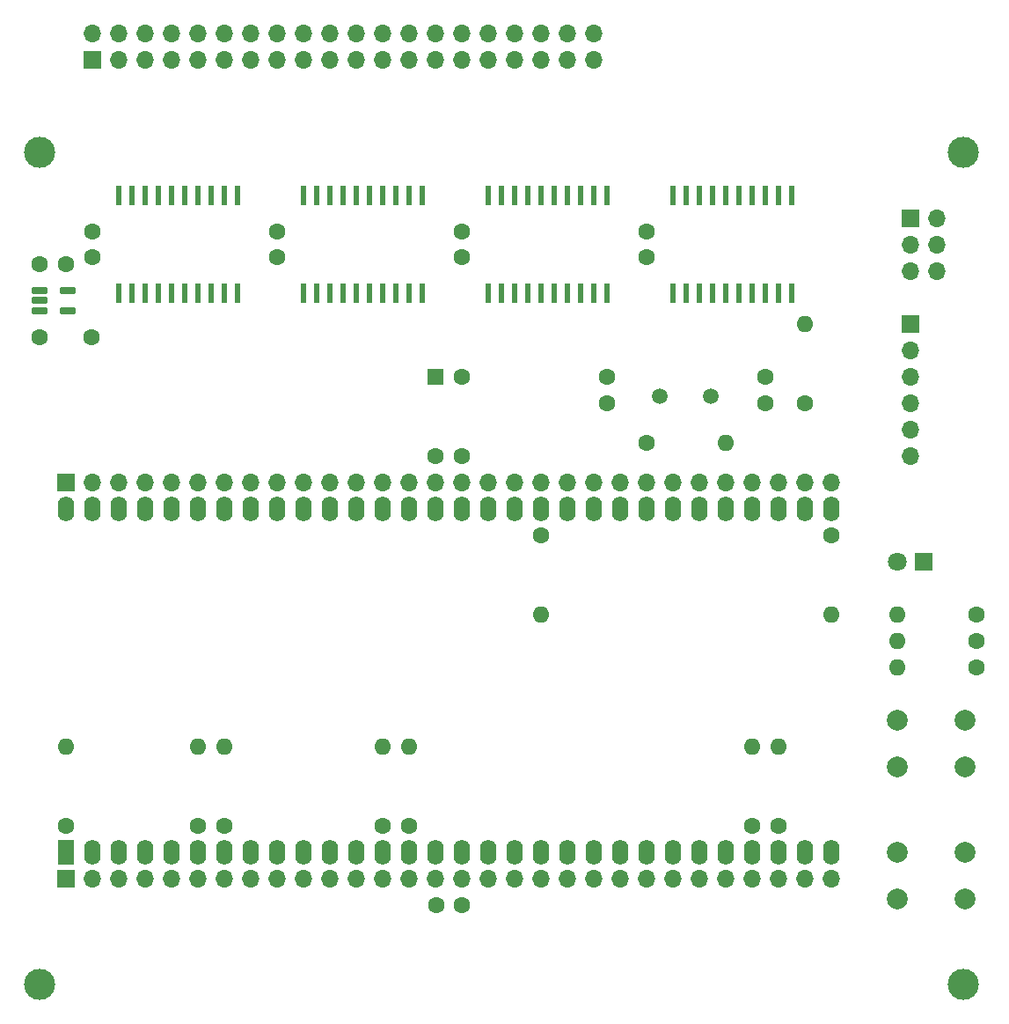
<source format=gbr>
%TF.GenerationSoftware,KiCad,Pcbnew,8.0.5*%
%TF.CreationDate,2025-08-25T13:08:50+09:00*%
%TF.ProjectId,TangConsoleDCJ11MEM,54616e67-436f-46e7-936f-6c6544434a31,rev?*%
%TF.SameCoordinates,Original*%
%TF.FileFunction,Soldermask,Top*%
%TF.FilePolarity,Negative*%
%FSLAX46Y46*%
G04 Gerber Fmt 4.6, Leading zero omitted, Abs format (unit mm)*
G04 Created by KiCad (PCBNEW 8.0.5) date 2025-08-25 13:08:50*
%MOMM*%
%LPD*%
G01*
G04 APERTURE LIST*
G04 Aperture macros list*
%AMRoundRect*
0 Rectangle with rounded corners*
0 $1 Rounding radius*
0 $2 $3 $4 $5 $6 $7 $8 $9 X,Y pos of 4 corners*
0 Add a 4 corners polygon primitive as box body*
4,1,4,$2,$3,$4,$5,$6,$7,$8,$9,$2,$3,0*
0 Add four circle primitives for the rounded corners*
1,1,$1+$1,$2,$3*
1,1,$1+$1,$4,$5*
1,1,$1+$1,$6,$7*
1,1,$1+$1,$8,$9*
0 Add four rect primitives between the rounded corners*
20,1,$1+$1,$2,$3,$4,$5,0*
20,1,$1+$1,$4,$5,$6,$7,0*
20,1,$1+$1,$6,$7,$8,$9,0*
20,1,$1+$1,$8,$9,$2,$3,0*%
G04 Aperture macros list end*
%ADD10C,1.600000*%
%ADD11R,0.558800X1.981200*%
%ADD12C,3.000000*%
%ADD13C,2.000000*%
%ADD14O,1.600000X1.600000*%
%ADD15R,1.700000X1.700000*%
%ADD16O,1.700000X1.700000*%
%ADD17C,1.500000*%
%ADD18RoundRect,0.162500X-0.617500X-0.162500X0.617500X-0.162500X0.617500X0.162500X-0.617500X0.162500X0*%
%ADD19C,1.800000*%
%ADD20R,1.800000X1.800000*%
%ADD21R,1.600000X2.400000*%
%ADD22O,1.600000X2.400000*%
%ADD23R,1.600000X1.600000*%
G04 APERTURE END LIST*
D10*
%TO.C,C8*%
X63500000Y-21590000D03*
X63500000Y-24090000D03*
%TD*%
%TO.C,C6*%
X27940000Y-21590000D03*
X27940000Y-24090000D03*
%TD*%
%TO.C,C7*%
X10160000Y-21590000D03*
X10160000Y-24090000D03*
%TD*%
%TO.C,C5*%
X45720000Y-21590000D03*
X45720000Y-24090000D03*
%TD*%
D11*
%TO.C,U5*%
X66040000Y-27546300D03*
X67310000Y-27546300D03*
X68580000Y-27546300D03*
X69850000Y-27546300D03*
X71120000Y-27546300D03*
X72390000Y-27546300D03*
X73660000Y-27546300D03*
X74930000Y-27546300D03*
X76200000Y-27546300D03*
X77470000Y-27546300D03*
X77470000Y-18173700D03*
X76200000Y-18173700D03*
X74930000Y-18173700D03*
X73660000Y-18173700D03*
X72390000Y-18173700D03*
X71120000Y-18173700D03*
X69850000Y-18173700D03*
X68580000Y-18173700D03*
X67310000Y-18173700D03*
X66040000Y-18173700D03*
%TD*%
D12*
%TO.C,REF\u002A\u002A*%
X93980000Y-93980000D03*
%TD*%
D13*
%TO.C,SW1*%
X94130000Y-73080000D03*
X87630000Y-73080000D03*
X94130000Y-68580000D03*
X87630000Y-68580000D03*
%TD*%
D10*
%TO.C,R8*%
X40640000Y-78740000D03*
D14*
X40640000Y-71120000D03*
%TD*%
D15*
%TO.C,J5*%
X88900000Y-20320000D03*
D16*
X91440000Y-20320000D03*
X88900000Y-22860000D03*
X91440000Y-22860000D03*
X88900000Y-25400000D03*
X91440000Y-25400000D03*
%TD*%
D15*
%TO.C,J2*%
X7620000Y-83820000D03*
D16*
X10160000Y-83820000D03*
X12700000Y-83820000D03*
X15240000Y-83820000D03*
X17780000Y-83820000D03*
X20320000Y-83820000D03*
X22860000Y-83820000D03*
X25400000Y-83820000D03*
X27940000Y-83820000D03*
X30480000Y-83820000D03*
X33020000Y-83820000D03*
X35560000Y-83820000D03*
X38100000Y-83820000D03*
X40640000Y-83820000D03*
X43180000Y-83820000D03*
X45720000Y-83820000D03*
X48260000Y-83820000D03*
X50800000Y-83820000D03*
X53340000Y-83820000D03*
X55880000Y-83820000D03*
X58420000Y-83820000D03*
X60960000Y-83820000D03*
X63500000Y-83820000D03*
X66040000Y-83820000D03*
X68580000Y-83820000D03*
X71120000Y-83820000D03*
X73660000Y-83820000D03*
X76200000Y-83820000D03*
X78740000Y-83820000D03*
X81280000Y-83820000D03*
%TD*%
D10*
%TO.C,R11*%
X78740000Y-38100000D03*
D14*
X78740000Y-30480000D03*
%TD*%
D10*
%TO.C,R12*%
X95250000Y-58420000D03*
D14*
X87630000Y-58420000D03*
%TD*%
D10*
%TO.C,R10*%
X76200000Y-78740000D03*
D14*
X76200000Y-71120000D03*
%TD*%
D17*
%TO.C,Y1*%
X69650000Y-37465000D03*
X64770000Y-37465000D03*
%TD*%
D18*
%TO.C,U6*%
X5080000Y-27310000D03*
X5080000Y-28260000D03*
X5080000Y-29210000D03*
X7780000Y-29210000D03*
X7780000Y-27310000D03*
%TD*%
D19*
%TO.C,D1*%
X87630000Y-53340000D03*
D20*
X90170000Y-53340000D03*
%TD*%
D10*
%TO.C,C1*%
X59690000Y-38100000D03*
X59690000Y-35600000D03*
%TD*%
%TO.C,R3*%
X81280000Y-50800000D03*
D14*
X81280000Y-58420000D03*
%TD*%
D10*
%TO.C,C2*%
X74930000Y-38100000D03*
X74930000Y-35600000D03*
%TD*%
%TO.C,R2*%
X53340000Y-50800000D03*
D14*
X53340000Y-58420000D03*
%TD*%
D10*
%TO.C,R13*%
X95250000Y-60960000D03*
D14*
X87630000Y-60960000D03*
%TD*%
D10*
%TO.C,R5*%
X20320000Y-78740000D03*
D14*
X20320000Y-71120000D03*
%TD*%
D10*
%TO.C,C10*%
X45720000Y-86360000D03*
X43220000Y-86360000D03*
%TD*%
D13*
%TO.C,SW2*%
X87630000Y-81280000D03*
X94130000Y-81280000D03*
X87630000Y-85780000D03*
X94130000Y-85780000D03*
%TD*%
D12*
%TO.C,REF\u002A\u002A*%
X5080000Y-13970000D03*
%TD*%
D10*
%TO.C,R7*%
X38100000Y-78740000D03*
D14*
X38100000Y-71120000D03*
%TD*%
D10*
%TO.C,R9*%
X73660000Y-78740000D03*
D14*
X73660000Y-71120000D03*
%TD*%
D10*
%TO.C,R1*%
X63500000Y-41910000D03*
D14*
X71120000Y-41910000D03*
%TD*%
D21*
%TO.C,U1*%
X7620000Y-81280000D03*
D22*
X10160000Y-81280000D03*
X12700000Y-81280000D03*
X15240000Y-81280000D03*
X17780000Y-81280000D03*
X20320000Y-81280000D03*
X22860000Y-81280000D03*
X25400000Y-81280000D03*
X27940000Y-81280000D03*
X30480000Y-81280000D03*
X33020000Y-81280000D03*
X35560000Y-81280000D03*
X38100000Y-81280000D03*
X40640000Y-81280000D03*
X43180000Y-81280000D03*
X45720000Y-81280000D03*
X48260000Y-81280000D03*
X50800000Y-81280000D03*
X53340000Y-81280000D03*
X55880000Y-81280000D03*
X58420000Y-81280000D03*
X60960000Y-81280000D03*
X63500000Y-81280000D03*
X66040000Y-81280000D03*
X68580000Y-81280000D03*
X71120000Y-81280000D03*
X73660000Y-81280000D03*
X76200000Y-81280000D03*
X78740000Y-81280000D03*
X81280000Y-81280000D03*
X81280000Y-48260000D03*
X78740000Y-48260000D03*
X76200000Y-48260000D03*
X73660000Y-48260000D03*
X71120000Y-48260000D03*
X68580000Y-48260000D03*
X66040000Y-48260000D03*
X63500000Y-48260000D03*
X60960000Y-48260000D03*
X58420000Y-48260000D03*
X55880000Y-48260000D03*
X53340000Y-48260000D03*
X50800000Y-48260000D03*
X48260000Y-48260000D03*
X45720000Y-48260000D03*
X43180000Y-48260000D03*
X40640000Y-48260000D03*
X38100000Y-48260000D03*
X35560000Y-48260000D03*
X33020000Y-48260000D03*
X30480000Y-48260000D03*
X27940000Y-48260000D03*
X25400000Y-48260000D03*
X22860000Y-48260000D03*
X20320000Y-48260000D03*
X17780000Y-48260000D03*
X15240000Y-48260000D03*
X12700000Y-48260000D03*
X10160000Y-48260000D03*
X7620000Y-48260000D03*
%TD*%
D10*
%TO.C,C9*%
X43180000Y-43180000D03*
X45680000Y-43180000D03*
%TD*%
%TO.C,R6*%
X22860000Y-78740000D03*
D14*
X22860000Y-71120000D03*
%TD*%
D11*
%TO.C,U3*%
X30480000Y-27546300D03*
X31750000Y-27546300D03*
X33020000Y-27546300D03*
X34290000Y-27546300D03*
X35560000Y-27546300D03*
X36830000Y-27546300D03*
X38100000Y-27546300D03*
X39370000Y-27546300D03*
X40640000Y-27546300D03*
X41910000Y-27546300D03*
X41910000Y-18173700D03*
X40640000Y-18173700D03*
X39370000Y-18173700D03*
X38100000Y-18173700D03*
X36830000Y-18173700D03*
X35560000Y-18173700D03*
X34290000Y-18173700D03*
X33020000Y-18173700D03*
X31750000Y-18173700D03*
X30480000Y-18173700D03*
%TD*%
D10*
%TO.C,R4*%
X7620000Y-78740000D03*
D14*
X7620000Y-71120000D03*
%TD*%
D12*
%TO.C,REF\u002A\u002A*%
X5080000Y-93980000D03*
%TD*%
D11*
%TO.C,U4*%
X48260000Y-27546300D03*
X49530000Y-27546300D03*
X50800000Y-27546300D03*
X52070000Y-27546300D03*
X53340000Y-27546300D03*
X54610000Y-27546300D03*
X55880000Y-27546300D03*
X57150000Y-27546300D03*
X58420000Y-27546300D03*
X59690000Y-27546300D03*
X59690000Y-18173700D03*
X58420000Y-18173700D03*
X57150000Y-18173700D03*
X55880000Y-18173700D03*
X54610000Y-18173700D03*
X53340000Y-18173700D03*
X52070000Y-18173700D03*
X50800000Y-18173700D03*
X49530000Y-18173700D03*
X48260000Y-18173700D03*
%TD*%
D23*
%TO.C,C11*%
X43180000Y-35560000D03*
D10*
X45680000Y-35560000D03*
%TD*%
%TO.C,R14*%
X95250000Y-63500000D03*
D14*
X87630000Y-63500000D03*
%TD*%
D15*
%TO.C,J4*%
X88900000Y-30480000D03*
D16*
X88900000Y-33020000D03*
X88900000Y-35560000D03*
X88900000Y-38100000D03*
X88900000Y-40640000D03*
X88900000Y-43180000D03*
%TD*%
D10*
%TO.C,C3*%
X5080000Y-24765000D03*
X7580000Y-24765000D03*
%TD*%
%TO.C,C4*%
X10080000Y-31750000D03*
X5080000Y-31750000D03*
%TD*%
D11*
%TO.C,U2*%
X12700000Y-27546300D03*
X13970000Y-27546300D03*
X15240000Y-27546300D03*
X16510000Y-27546300D03*
X17780000Y-27546300D03*
X19050000Y-27546300D03*
X20320000Y-27546300D03*
X21590000Y-27546300D03*
X22860000Y-27546300D03*
X24130000Y-27546300D03*
X24130000Y-18173700D03*
X22860000Y-18173700D03*
X21590000Y-18173700D03*
X20320000Y-18173700D03*
X19050000Y-18173700D03*
X17780000Y-18173700D03*
X16510000Y-18173700D03*
X15240000Y-18173700D03*
X13970000Y-18173700D03*
X12700000Y-18173700D03*
%TD*%
D15*
%TO.C,J3*%
X7620000Y-45720000D03*
D16*
X10160000Y-45720000D03*
X12700000Y-45720000D03*
X15240000Y-45720000D03*
X17780000Y-45720000D03*
X20320000Y-45720000D03*
X22860000Y-45720000D03*
X25400000Y-45720000D03*
X27940000Y-45720000D03*
X30480000Y-45720000D03*
X33020000Y-45720000D03*
X35560000Y-45720000D03*
X38100000Y-45720000D03*
X40640000Y-45720000D03*
X43180000Y-45720000D03*
X45720000Y-45720000D03*
X48260000Y-45720000D03*
X50800000Y-45720000D03*
X53340000Y-45720000D03*
X55880000Y-45720000D03*
X58420000Y-45720000D03*
X60960000Y-45720000D03*
X63500000Y-45720000D03*
X66040000Y-45720000D03*
X68580000Y-45720000D03*
X71120000Y-45720000D03*
X73660000Y-45720000D03*
X76200000Y-45720000D03*
X78740000Y-45720000D03*
X81280000Y-45720000D03*
%TD*%
D12*
%TO.C,REF\u002A\u002A*%
X93980000Y-13970000D03*
%TD*%
D15*
%TO.C,J1*%
X10160000Y-5080000D03*
D16*
X10160000Y-2540000D03*
X12700000Y-5080000D03*
X12700000Y-2540000D03*
X15240000Y-5080000D03*
X15240000Y-2540000D03*
X17780000Y-5080000D03*
X17780000Y-2540000D03*
X20320000Y-5080000D03*
X20320000Y-2540000D03*
X22860000Y-5080000D03*
X22860000Y-2540000D03*
X25400000Y-5080000D03*
X25400000Y-2540000D03*
X27940000Y-5080000D03*
X27940000Y-2540000D03*
X30480000Y-5080000D03*
X30480000Y-2540000D03*
X33020000Y-5080000D03*
X33020000Y-2540000D03*
X35560000Y-5080000D03*
X35560000Y-2540000D03*
X38100000Y-5080000D03*
X38100000Y-2540000D03*
X40640000Y-5080000D03*
X40640000Y-2540000D03*
X43180000Y-5080000D03*
X43180000Y-2540000D03*
X45720000Y-5080000D03*
X45720000Y-2540000D03*
X48260000Y-5080000D03*
X48260000Y-2540000D03*
X50800000Y-5080000D03*
X50800000Y-2540000D03*
X53340000Y-5080000D03*
X53340000Y-2540000D03*
X55880000Y-5080000D03*
X55880000Y-2540000D03*
X58420000Y-5080000D03*
X58420000Y-2540000D03*
%TD*%
M02*

</source>
